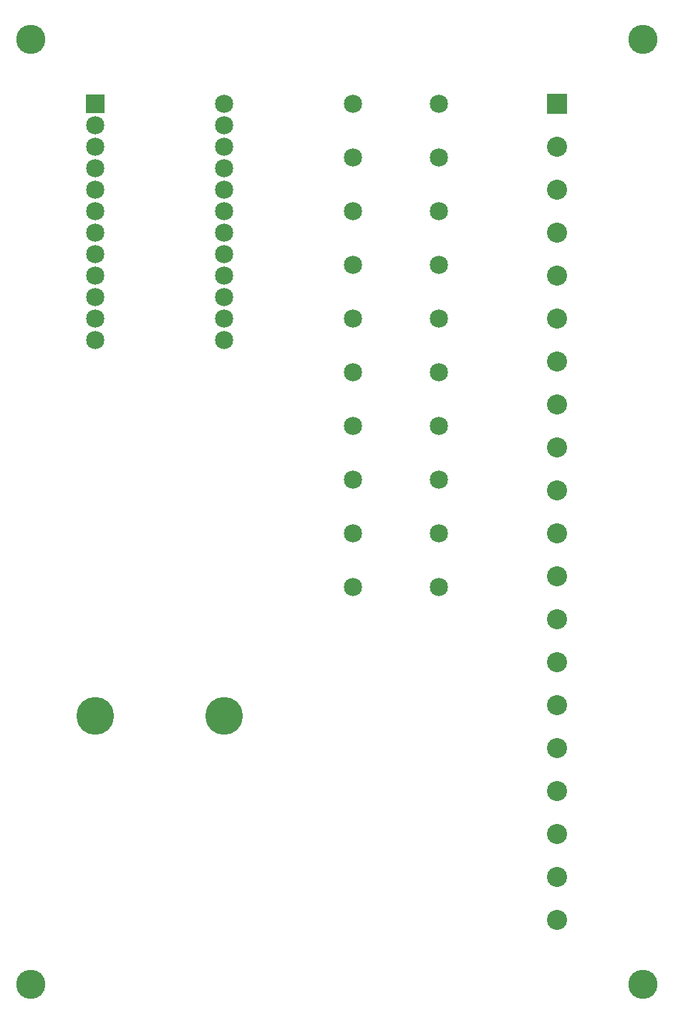
<source format=gts>
G04 MADE WITH FRITZING*
G04 WWW.FRITZING.ORG*
G04 DOUBLE SIDED*
G04 HOLES PLATED*
G04 CONTOUR ON CENTER OF CONTOUR VECTOR*
%ASAXBY*%
%FSLAX23Y23*%
%MOIN*%
%OFA0B0*%
%SFA1.0B1.0*%
%ADD10C,0.085000*%
%ADD11C,0.135984*%
%ADD12C,0.175354*%
%ADD13C,0.093307*%
%ADD14R,0.093307X0.093307*%
%ADD15R,0.085000X0.085000*%
%LNMASK1*%
G90*
G70*
G54D10*
X1660Y2038D03*
X2060Y2038D03*
X1660Y2288D03*
X2060Y2288D03*
X1660Y2538D03*
X2060Y2538D03*
X1660Y2788D03*
X2060Y2788D03*
X1660Y3038D03*
X2060Y3038D03*
X1660Y3288D03*
X2060Y3288D03*
X1660Y3538D03*
X2060Y3538D03*
X1660Y3788D03*
X2060Y3788D03*
X1660Y4038D03*
X2060Y4038D03*
X1660Y4288D03*
X2060Y4288D03*
G54D11*
X3010Y4588D03*
X160Y4588D03*
X3010Y188D03*
X160Y188D03*
G54D12*
X1060Y1438D03*
X460Y1438D03*
G54D13*
X2610Y4288D03*
X2610Y4088D03*
X2610Y3888D03*
X2610Y3688D03*
X2610Y3488D03*
X2610Y3288D03*
X2610Y3088D03*
X2610Y2888D03*
X2610Y2688D03*
X2610Y2488D03*
X2610Y2288D03*
X2610Y2088D03*
X2610Y1888D03*
X2610Y1688D03*
X2610Y1488D03*
X2610Y1288D03*
X2610Y1088D03*
X2610Y888D03*
X2610Y688D03*
X2610Y488D03*
G54D10*
X460Y4288D03*
X1060Y4288D03*
X460Y4188D03*
X1060Y4188D03*
X460Y4088D03*
X1060Y4088D03*
X460Y3988D03*
X1060Y3988D03*
X460Y3888D03*
X1060Y3888D03*
X460Y3788D03*
X1060Y3788D03*
X460Y3688D03*
X1060Y3688D03*
X460Y3588D03*
X1060Y3588D03*
X460Y3488D03*
X1060Y3488D03*
X460Y3388D03*
X1060Y3388D03*
X460Y3288D03*
X1060Y3288D03*
X460Y3188D03*
X1060Y3188D03*
G54D14*
X2610Y4288D03*
G54D15*
X460Y4288D03*
G04 End of Mask1*
M02*
</source>
